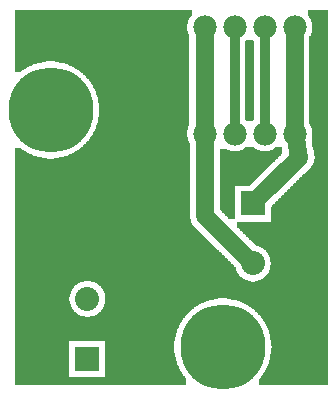
<source format=gtl>
G04 MADE WITH FRITZING*
G04 WWW.FRITZING.ORG*
G04 DOUBLE SIDED*
G04 HOLES PLATED*
G04 CONTOUR ON CENTER OF CONTOUR VECTOR*
%FSLAX26Y26*%
%MOIN*%
%ADD10C,0.075000*%
%ADD11C,0.078000*%
%ADD12C,0.080000*%
%ADD13C,0.283464*%
%ADD14R,0.080000X0.080000*%
%ADD15C,0.060000*%
%ADD16C,0.032000*%
%ADD17C,0.000100*%
%G04COPPER1*%
%FSLAX26Y26*%
%MOIN*%
D10*
X117828Y1212816D03*
D11*
X970790Y878177D03*
X870790Y878177D03*
X770790Y878177D03*
X670790Y878177D03*
X970790Y1232510D03*
X870790Y1232510D03*
X770790Y1232510D03*
X670790Y1232510D03*
D12*
X280244Y127000D03*
X280244Y327000D03*
X831422Y645110D03*
X831422Y445110D03*
D13*
X731322Y166790D03*
X157322Y956788D03*
D14*
X280244Y127000D03*
X831422Y645110D03*
D15*
X672367Y601999D02*
X817184Y459147D01*
D02*
X987178Y798299D02*
X845677Y659130D01*
D02*
X672367Y879777D02*
X672367Y601999D01*
D16*
D02*
X870789Y897177D02*
X870789Y1213508D01*
D02*
X770789Y897177D02*
X770789Y1213508D01*
D15*
D02*
X974608Y859564D02*
X987179Y798299D01*
D02*
X970789Y897177D02*
X970789Y1213508D01*
D02*
X670789Y897177D02*
X670789Y1213508D01*
D02*
X672364Y879781D02*
X672364Y879781D01*
D17*
G36*
X808000Y1188710D02*
X808000Y1186710D01*
X806000Y1186710D01*
X806000Y924710D01*
X808000Y924710D01*
X808000Y922710D01*
X810000Y922710D01*
X810000Y920710D01*
X832000Y920710D01*
X832000Y922710D01*
X834000Y922710D01*
X834000Y1186710D01*
X832000Y1186710D01*
X832000Y1188710D01*
X808000Y1188710D01*
G37*
D02*
G36*
X144000Y998710D02*
X144000Y996710D01*
X140000Y996710D01*
X140000Y994710D01*
X136000Y994710D01*
X136000Y992710D01*
X132000Y992710D01*
X132000Y990710D01*
X130000Y990710D01*
X130000Y988710D01*
X128000Y988710D01*
X128000Y986710D01*
X126000Y986710D01*
X126000Y984710D01*
X124000Y984710D01*
X124000Y982710D01*
X122000Y982710D01*
X122000Y980710D01*
X120000Y980710D01*
X120000Y976710D01*
X118000Y976710D01*
X118000Y970710D01*
X116000Y970710D01*
X116000Y942710D01*
X118000Y942710D01*
X118000Y936710D01*
X120000Y936710D01*
X120000Y934710D01*
X122000Y934710D01*
X122000Y930710D01*
X124000Y930710D01*
X124000Y928710D01*
X126000Y928710D01*
X126000Y926710D01*
X128000Y926710D01*
X128000Y924710D01*
X130000Y924710D01*
X130000Y922710D01*
X132000Y922710D01*
X132000Y920710D01*
X136000Y920710D01*
X136000Y918710D01*
X140000Y918710D01*
X140000Y916710D01*
X144000Y916710D01*
X144000Y914710D01*
X170000Y914710D01*
X170000Y916710D01*
X176000Y916710D01*
X176000Y918710D01*
X180000Y918710D01*
X180000Y920710D01*
X182000Y920710D01*
X182000Y922710D01*
X184000Y922710D01*
X184000Y924710D01*
X186000Y924710D01*
X186000Y926710D01*
X188000Y926710D01*
X188000Y928710D01*
X190000Y928710D01*
X190000Y930710D01*
X192000Y930710D01*
X192000Y932710D01*
X194000Y932710D01*
X194000Y936710D01*
X196000Y936710D01*
X196000Y940710D01*
X198000Y940710D01*
X198000Y946710D01*
X200000Y946710D01*
X200000Y966710D01*
X198000Y966710D01*
X198000Y972710D01*
X196000Y972710D01*
X196000Y976710D01*
X194000Y976710D01*
X194000Y980710D01*
X192000Y980710D01*
X192000Y982710D01*
X190000Y982710D01*
X190000Y986710D01*
X188000Y986710D01*
X188000Y988710D01*
X184000Y988710D01*
X184000Y990710D01*
X182000Y990710D01*
X182000Y992710D01*
X180000Y992710D01*
X180000Y994710D01*
X176000Y994710D01*
X176000Y996710D01*
X170000Y996710D01*
X170000Y998710D01*
X144000Y998710D01*
G37*
D02*
G36*
X40000Y1290710D02*
X40000Y1118710D01*
X172000Y1118710D01*
X172000Y1116710D01*
X186000Y1116710D01*
X186000Y1114710D01*
X196000Y1114710D01*
X196000Y1112710D01*
X204000Y1112710D01*
X204000Y1110710D01*
X210000Y1110710D01*
X210000Y1108710D01*
X214000Y1108710D01*
X214000Y1106710D01*
X220000Y1106710D01*
X220000Y1104710D01*
X224000Y1104710D01*
X224000Y1102710D01*
X228000Y1102710D01*
X228000Y1100710D01*
X232000Y1100710D01*
X232000Y1098710D01*
X236000Y1098710D01*
X236000Y1096710D01*
X240000Y1096710D01*
X240000Y1094710D01*
X244000Y1094710D01*
X244000Y1092710D01*
X246000Y1092710D01*
X246000Y1090710D01*
X250000Y1090710D01*
X250000Y1088710D01*
X252000Y1088710D01*
X252000Y1086710D01*
X254000Y1086710D01*
X254000Y1084710D01*
X258000Y1084710D01*
X258000Y1082710D01*
X260000Y1082710D01*
X260000Y1080710D01*
X262000Y1080710D01*
X262000Y1078710D01*
X264000Y1078710D01*
X264000Y1076710D01*
X266000Y1076710D01*
X266000Y1074710D01*
X268000Y1074710D01*
X268000Y1072710D01*
X272000Y1072710D01*
X272000Y1068710D01*
X274000Y1068710D01*
X274000Y1066710D01*
X276000Y1066710D01*
X276000Y1064710D01*
X278000Y1064710D01*
X278000Y1062710D01*
X280000Y1062710D01*
X280000Y1060710D01*
X282000Y1060710D01*
X282000Y1058710D01*
X284000Y1058710D01*
X284000Y1056710D01*
X286000Y1056710D01*
X286000Y1052710D01*
X288000Y1052710D01*
X288000Y1050710D01*
X290000Y1050710D01*
X290000Y1048710D01*
X292000Y1048710D01*
X292000Y1044710D01*
X294000Y1044710D01*
X294000Y1040710D01*
X296000Y1040710D01*
X296000Y1038710D01*
X298000Y1038710D01*
X298000Y1034710D01*
X300000Y1034710D01*
X300000Y1030710D01*
X302000Y1030710D01*
X302000Y1026710D01*
X304000Y1026710D01*
X304000Y1022710D01*
X306000Y1022710D01*
X306000Y1018710D01*
X308000Y1018710D01*
X308000Y1012710D01*
X310000Y1012710D01*
X310000Y1006710D01*
X312000Y1006710D01*
X312000Y1000710D01*
X314000Y1000710D01*
X314000Y992710D01*
X316000Y992710D01*
X316000Y980710D01*
X318000Y980710D01*
X318000Y958710D01*
X320000Y958710D01*
X320000Y954710D01*
X318000Y954710D01*
X318000Y932710D01*
X316000Y932710D01*
X316000Y920710D01*
X314000Y920710D01*
X314000Y912710D01*
X312000Y912710D01*
X312000Y906710D01*
X310000Y906710D01*
X310000Y900710D01*
X308000Y900710D01*
X308000Y894710D01*
X306000Y894710D01*
X306000Y890710D01*
X304000Y890710D01*
X304000Y886710D01*
X302000Y886710D01*
X302000Y882710D01*
X300000Y882710D01*
X300000Y878710D01*
X298000Y878710D01*
X298000Y874710D01*
X296000Y874710D01*
X296000Y872710D01*
X294000Y872710D01*
X294000Y868710D01*
X292000Y868710D01*
X292000Y866710D01*
X290000Y866710D01*
X290000Y862710D01*
X288000Y862710D01*
X288000Y860710D01*
X286000Y860710D01*
X286000Y858710D01*
X284000Y858710D01*
X284000Y854710D01*
X282000Y854710D01*
X282000Y852710D01*
X280000Y852710D01*
X280000Y850710D01*
X278000Y850710D01*
X278000Y848710D01*
X276000Y848710D01*
X276000Y846710D01*
X274000Y846710D01*
X274000Y844710D01*
X272000Y844710D01*
X272000Y842710D01*
X270000Y842710D01*
X270000Y840710D01*
X268000Y840710D01*
X268000Y838710D01*
X266000Y838710D01*
X266000Y836710D01*
X264000Y836710D01*
X264000Y834710D01*
X262000Y834710D01*
X262000Y832710D01*
X260000Y832710D01*
X260000Y830710D01*
X258000Y830710D01*
X258000Y828710D01*
X254000Y828710D01*
X254000Y826710D01*
X252000Y826710D01*
X252000Y824710D01*
X250000Y824710D01*
X250000Y822710D01*
X246000Y822710D01*
X246000Y820710D01*
X242000Y820710D01*
X242000Y818710D01*
X240000Y818710D01*
X240000Y816710D01*
X236000Y816710D01*
X236000Y814710D01*
X232000Y814710D01*
X232000Y812710D01*
X228000Y812710D01*
X228000Y810710D01*
X224000Y810710D01*
X224000Y808710D01*
X220000Y808710D01*
X220000Y806710D01*
X214000Y806710D01*
X214000Y804710D01*
X210000Y804710D01*
X210000Y802710D01*
X202000Y802710D01*
X202000Y800710D01*
X196000Y800710D01*
X196000Y798710D01*
X186000Y798710D01*
X186000Y796710D01*
X170000Y796710D01*
X170000Y794710D01*
X622000Y794710D01*
X622000Y846710D01*
X620000Y846710D01*
X620000Y850710D01*
X618000Y850710D01*
X618000Y854710D01*
X616000Y854710D01*
X616000Y858710D01*
X614000Y858710D01*
X614000Y866710D01*
X612000Y866710D01*
X612000Y888710D01*
X614000Y888710D01*
X614000Y896710D01*
X616000Y896710D01*
X616000Y902710D01*
X618000Y902710D01*
X618000Y906710D01*
X620000Y906710D01*
X620000Y1204710D01*
X618000Y1204710D01*
X618000Y1208710D01*
X616000Y1208710D01*
X616000Y1212710D01*
X614000Y1212710D01*
X614000Y1220710D01*
X612000Y1220710D01*
X612000Y1242710D01*
X614000Y1242710D01*
X614000Y1250710D01*
X616000Y1250710D01*
X616000Y1256710D01*
X618000Y1256710D01*
X618000Y1260710D01*
X620000Y1260710D01*
X620000Y1264710D01*
X622000Y1264710D01*
X622000Y1266710D01*
X624000Y1266710D01*
X624000Y1268710D01*
X626000Y1268710D01*
X626000Y1270710D01*
X628000Y1270710D01*
X628000Y1290710D01*
X40000Y1290710D01*
G37*
D02*
G36*
X1014000Y1290710D02*
X1014000Y1270710D01*
X1016000Y1270710D01*
X1016000Y1268710D01*
X1018000Y1268710D01*
X1018000Y1266710D01*
X1020000Y1266710D01*
X1020000Y1262710D01*
X1022000Y1262710D01*
X1022000Y1260710D01*
X1024000Y1260710D01*
X1024000Y1256710D01*
X1026000Y1256710D01*
X1026000Y1250710D01*
X1028000Y1250710D01*
X1028000Y1240710D01*
X1030000Y1240710D01*
X1030000Y1224710D01*
X1028000Y1224710D01*
X1028000Y1214710D01*
X1026000Y1214710D01*
X1026000Y1208710D01*
X1024000Y1208710D01*
X1024000Y1204710D01*
X1022000Y1204710D01*
X1022000Y1202710D01*
X1020000Y1202710D01*
X1020000Y908710D01*
X1022000Y908710D01*
X1022000Y904710D01*
X1024000Y904710D01*
X1024000Y900710D01*
X1026000Y900710D01*
X1026000Y896710D01*
X1028000Y896710D01*
X1028000Y886710D01*
X1030000Y886710D01*
X1030000Y870710D01*
X1028000Y870710D01*
X1028000Y842710D01*
X1030000Y842710D01*
X1030000Y832710D01*
X1032000Y832710D01*
X1032000Y824710D01*
X1034000Y824710D01*
X1034000Y814710D01*
X1036000Y814710D01*
X1036000Y802710D01*
X1038000Y802710D01*
X1038000Y794710D01*
X1036000Y794710D01*
X1036000Y784710D01*
X1034000Y784710D01*
X1034000Y778710D01*
X1032000Y778710D01*
X1032000Y774710D01*
X1030000Y774710D01*
X1030000Y770710D01*
X1028000Y770710D01*
X1028000Y768710D01*
X1026000Y768710D01*
X1026000Y766710D01*
X1024000Y766710D01*
X1024000Y762710D01*
X1022000Y762710D01*
X1022000Y760710D01*
X1020000Y760710D01*
X1020000Y758710D01*
X1018000Y758710D01*
X1018000Y756710D01*
X1016000Y756710D01*
X1016000Y754710D01*
X1014000Y754710D01*
X1014000Y752710D01*
X1012000Y752710D01*
X1012000Y750710D01*
X1010000Y750710D01*
X1010000Y748710D01*
X1008000Y748710D01*
X1008000Y746710D01*
X1006000Y746710D01*
X1006000Y744710D01*
X1002000Y744710D01*
X1002000Y742710D01*
X1000000Y742710D01*
X1000000Y740710D01*
X998000Y740710D01*
X998000Y738710D01*
X996000Y738710D01*
X996000Y736710D01*
X994000Y736710D01*
X994000Y734710D01*
X992000Y734710D01*
X992000Y732710D01*
X990000Y732710D01*
X990000Y730710D01*
X988000Y730710D01*
X988000Y728710D01*
X986000Y728710D01*
X986000Y726710D01*
X984000Y726710D01*
X984000Y724710D01*
X982000Y724710D01*
X982000Y722710D01*
X980000Y722710D01*
X980000Y720710D01*
X978000Y720710D01*
X978000Y718710D01*
X976000Y718710D01*
X976000Y716710D01*
X974000Y716710D01*
X974000Y714710D01*
X972000Y714710D01*
X972000Y712710D01*
X970000Y712710D01*
X970000Y710710D01*
X968000Y710710D01*
X968000Y708710D01*
X966000Y708710D01*
X966000Y706710D01*
X964000Y706710D01*
X964000Y704710D01*
X962000Y704710D01*
X962000Y702710D01*
X960000Y702710D01*
X960000Y700710D01*
X958000Y700710D01*
X958000Y698710D01*
X956000Y698710D01*
X956000Y696710D01*
X954000Y696710D01*
X954000Y694710D01*
X952000Y694710D01*
X952000Y692710D01*
X950000Y692710D01*
X950000Y690710D01*
X948000Y690710D01*
X948000Y688710D01*
X946000Y688710D01*
X946000Y686710D01*
X944000Y686710D01*
X944000Y684710D01*
X942000Y684710D01*
X942000Y682710D01*
X940000Y682710D01*
X940000Y680710D01*
X938000Y680710D01*
X938000Y678710D01*
X936000Y678710D01*
X936000Y676710D01*
X934000Y676710D01*
X934000Y674710D01*
X932000Y674710D01*
X932000Y672710D01*
X930000Y672710D01*
X930000Y670710D01*
X928000Y670710D01*
X928000Y668710D01*
X926000Y668710D01*
X926000Y666710D01*
X924000Y666710D01*
X924000Y664710D01*
X922000Y664710D01*
X922000Y662710D01*
X920000Y662710D01*
X920000Y660710D01*
X918000Y660710D01*
X918000Y658710D01*
X916000Y658710D01*
X916000Y656710D01*
X914000Y656710D01*
X914000Y654710D01*
X912000Y654710D01*
X912000Y652710D01*
X910000Y652710D01*
X910000Y650710D01*
X908000Y650710D01*
X908000Y648710D01*
X906000Y648710D01*
X906000Y646710D01*
X904000Y646710D01*
X904000Y644710D01*
X902000Y644710D01*
X902000Y642710D01*
X900000Y642710D01*
X900000Y640710D01*
X898000Y640710D01*
X898000Y638710D01*
X896000Y638710D01*
X896000Y636710D01*
X894000Y636710D01*
X894000Y634710D01*
X892000Y634710D01*
X892000Y584710D01*
X780000Y584710D01*
X780000Y564710D01*
X782000Y564710D01*
X782000Y562710D01*
X784000Y562710D01*
X784000Y560710D01*
X786000Y560710D01*
X786000Y558710D01*
X788000Y558710D01*
X788000Y556710D01*
X790000Y556710D01*
X790000Y554710D01*
X792000Y554710D01*
X792000Y552710D01*
X794000Y552710D01*
X794000Y550710D01*
X796000Y550710D01*
X796000Y548710D01*
X798000Y548710D01*
X798000Y546710D01*
X800000Y546710D01*
X800000Y544710D01*
X802000Y544710D01*
X802000Y542710D01*
X804000Y542710D01*
X804000Y540710D01*
X806000Y540710D01*
X806000Y538710D01*
X808000Y538710D01*
X808000Y536710D01*
X810000Y536710D01*
X810000Y534710D01*
X812000Y534710D01*
X812000Y532710D01*
X814000Y532710D01*
X814000Y530710D01*
X816000Y530710D01*
X816000Y528710D01*
X818000Y528710D01*
X818000Y526710D01*
X820000Y526710D01*
X820000Y524710D01*
X822000Y524710D01*
X822000Y522710D01*
X824000Y522710D01*
X824000Y520710D01*
X826000Y520710D01*
X826000Y518710D01*
X830000Y518710D01*
X830000Y516710D01*
X832000Y516710D01*
X832000Y514710D01*
X834000Y514710D01*
X834000Y512710D01*
X836000Y512710D01*
X836000Y510710D01*
X838000Y510710D01*
X838000Y508710D01*
X840000Y508710D01*
X840000Y506710D01*
X842000Y506710D01*
X842000Y504710D01*
X844000Y504710D01*
X844000Y502710D01*
X852000Y502710D01*
X852000Y500710D01*
X856000Y500710D01*
X856000Y498710D01*
X860000Y498710D01*
X860000Y496710D01*
X864000Y496710D01*
X864000Y494710D01*
X866000Y494710D01*
X866000Y492710D01*
X868000Y492710D01*
X868000Y490710D01*
X872000Y490710D01*
X872000Y488710D01*
X874000Y488710D01*
X874000Y486710D01*
X876000Y486710D01*
X876000Y482710D01*
X878000Y482710D01*
X878000Y480710D01*
X880000Y480710D01*
X880000Y478710D01*
X882000Y478710D01*
X882000Y474710D01*
X884000Y474710D01*
X884000Y472710D01*
X886000Y472710D01*
X886000Y466710D01*
X888000Y466710D01*
X888000Y460710D01*
X890000Y460710D01*
X890000Y450710D01*
X892000Y450710D01*
X892000Y438710D01*
X890000Y438710D01*
X890000Y428710D01*
X888000Y428710D01*
X888000Y422710D01*
X886000Y422710D01*
X886000Y418710D01*
X884000Y418710D01*
X884000Y414710D01*
X882000Y414710D01*
X882000Y410710D01*
X880000Y410710D01*
X880000Y408710D01*
X878000Y408710D01*
X878000Y406710D01*
X876000Y406710D01*
X876000Y404710D01*
X874000Y404710D01*
X874000Y402710D01*
X872000Y402710D01*
X872000Y400710D01*
X870000Y400710D01*
X870000Y398710D01*
X868000Y398710D01*
X868000Y396710D01*
X866000Y396710D01*
X866000Y394710D01*
X862000Y394710D01*
X862000Y392710D01*
X858000Y392710D01*
X858000Y390710D01*
X854000Y390710D01*
X854000Y388710D01*
X848000Y388710D01*
X848000Y386710D01*
X838000Y386710D01*
X838000Y384710D01*
X1082000Y384710D01*
X1082000Y1290710D01*
X1014000Y1290710D01*
G37*
D02*
G36*
X40000Y1118710D02*
X40000Y1084710D01*
X60000Y1084710D01*
X60000Y1086710D01*
X62000Y1086710D01*
X62000Y1088710D01*
X66000Y1088710D01*
X66000Y1090710D01*
X68000Y1090710D01*
X68000Y1092710D01*
X72000Y1092710D01*
X72000Y1094710D01*
X74000Y1094710D01*
X74000Y1096710D01*
X78000Y1096710D01*
X78000Y1098710D01*
X82000Y1098710D01*
X82000Y1100710D01*
X86000Y1100710D01*
X86000Y1102710D01*
X90000Y1102710D01*
X90000Y1104710D01*
X94000Y1104710D01*
X94000Y1106710D01*
X100000Y1106710D01*
X100000Y1108710D01*
X106000Y1108710D01*
X106000Y1110710D01*
X112000Y1110710D01*
X112000Y1112710D01*
X118000Y1112710D01*
X118000Y1114710D01*
X128000Y1114710D01*
X128000Y1116710D01*
X142000Y1116710D01*
X142000Y1118710D01*
X40000Y1118710D01*
G37*
D02*
G36*
X40000Y828710D02*
X40000Y794710D01*
X144000Y794710D01*
X144000Y796710D01*
X128000Y796710D01*
X128000Y798710D01*
X120000Y798710D01*
X120000Y800710D01*
X112000Y800710D01*
X112000Y802710D01*
X106000Y802710D01*
X106000Y804710D01*
X100000Y804710D01*
X100000Y806710D01*
X94000Y806710D01*
X94000Y808710D01*
X90000Y808710D01*
X90000Y810710D01*
X86000Y810710D01*
X86000Y812710D01*
X82000Y812710D01*
X82000Y814710D01*
X78000Y814710D01*
X78000Y816710D01*
X76000Y816710D01*
X76000Y818710D01*
X72000Y818710D01*
X72000Y820710D01*
X68000Y820710D01*
X68000Y822710D01*
X66000Y822710D01*
X66000Y824710D01*
X62000Y824710D01*
X62000Y826710D01*
X60000Y826710D01*
X60000Y828710D01*
X40000Y828710D01*
G37*
D02*
G36*
X40000Y794710D02*
X40000Y792710D01*
X622000Y792710D01*
X622000Y794710D01*
X40000Y794710D01*
G37*
D02*
G36*
X40000Y794710D02*
X40000Y792710D01*
X622000Y792710D01*
X622000Y794710D01*
X40000Y794710D01*
G37*
D02*
G36*
X40000Y792710D02*
X40000Y386710D01*
X292000Y386710D01*
X292000Y384710D01*
X824000Y384710D01*
X824000Y386710D01*
X814000Y386710D01*
X814000Y388710D01*
X808000Y388710D01*
X808000Y390710D01*
X804000Y390710D01*
X804000Y392710D01*
X800000Y392710D01*
X800000Y394710D01*
X798000Y394710D01*
X798000Y396710D01*
X796000Y396710D01*
X796000Y398710D01*
X792000Y398710D01*
X792000Y400710D01*
X790000Y400710D01*
X790000Y402710D01*
X788000Y402710D01*
X788000Y404710D01*
X786000Y404710D01*
X786000Y406710D01*
X784000Y406710D01*
X784000Y410710D01*
X782000Y410710D01*
X782000Y412710D01*
X780000Y412710D01*
X780000Y416710D01*
X778000Y416710D01*
X778000Y420710D01*
X776000Y420710D01*
X776000Y424710D01*
X774000Y424710D01*
X774000Y432710D01*
X772000Y432710D01*
X772000Y434710D01*
X770000Y434710D01*
X770000Y436710D01*
X768000Y436710D01*
X768000Y438710D01*
X766000Y438710D01*
X766000Y440710D01*
X764000Y440710D01*
X764000Y442710D01*
X762000Y442710D01*
X762000Y444710D01*
X760000Y444710D01*
X760000Y446710D01*
X758000Y446710D01*
X758000Y448710D01*
X756000Y448710D01*
X756000Y450710D01*
X754000Y450710D01*
X754000Y452710D01*
X752000Y452710D01*
X752000Y454710D01*
X750000Y454710D01*
X750000Y456710D01*
X748000Y456710D01*
X748000Y458710D01*
X746000Y458710D01*
X746000Y460710D01*
X744000Y460710D01*
X744000Y462710D01*
X742000Y462710D01*
X742000Y464710D01*
X740000Y464710D01*
X740000Y466710D01*
X738000Y466710D01*
X738000Y468710D01*
X736000Y468710D01*
X736000Y470710D01*
X734000Y470710D01*
X734000Y472710D01*
X732000Y472710D01*
X732000Y474710D01*
X730000Y474710D01*
X730000Y476710D01*
X728000Y476710D01*
X728000Y478710D01*
X726000Y478710D01*
X726000Y480710D01*
X724000Y480710D01*
X724000Y482710D01*
X722000Y482710D01*
X722000Y484710D01*
X720000Y484710D01*
X720000Y486710D01*
X718000Y486710D01*
X718000Y488710D01*
X714000Y488710D01*
X714000Y490710D01*
X712000Y490710D01*
X712000Y492710D01*
X710000Y492710D01*
X710000Y494710D01*
X708000Y494710D01*
X708000Y496710D01*
X706000Y496710D01*
X706000Y498710D01*
X704000Y498710D01*
X704000Y500710D01*
X702000Y500710D01*
X702000Y502710D01*
X700000Y502710D01*
X700000Y504710D01*
X698000Y504710D01*
X698000Y506710D01*
X696000Y506710D01*
X696000Y508710D01*
X694000Y508710D01*
X694000Y510710D01*
X692000Y510710D01*
X692000Y512710D01*
X690000Y512710D01*
X690000Y514710D01*
X688000Y514710D01*
X688000Y516710D01*
X686000Y516710D01*
X686000Y518710D01*
X684000Y518710D01*
X684000Y520710D01*
X682000Y520710D01*
X682000Y522710D01*
X680000Y522710D01*
X680000Y524710D01*
X678000Y524710D01*
X678000Y526710D01*
X676000Y526710D01*
X676000Y528710D01*
X674000Y528710D01*
X674000Y530710D01*
X672000Y530710D01*
X672000Y532710D01*
X670000Y532710D01*
X670000Y534710D01*
X668000Y534710D01*
X668000Y536710D01*
X666000Y536710D01*
X666000Y538710D01*
X664000Y538710D01*
X664000Y540710D01*
X662000Y540710D01*
X662000Y542710D01*
X660000Y542710D01*
X660000Y544710D01*
X658000Y544710D01*
X658000Y546710D01*
X656000Y546710D01*
X656000Y548710D01*
X654000Y548710D01*
X654000Y550710D01*
X652000Y550710D01*
X652000Y552710D01*
X650000Y552710D01*
X650000Y554710D01*
X648000Y554710D01*
X648000Y556710D01*
X646000Y556710D01*
X646000Y558710D01*
X644000Y558710D01*
X644000Y560710D01*
X642000Y560710D01*
X642000Y562710D01*
X640000Y562710D01*
X640000Y564710D01*
X638000Y564710D01*
X638000Y566710D01*
X636000Y566710D01*
X636000Y568710D01*
X634000Y568710D01*
X634000Y570710D01*
X632000Y570710D01*
X632000Y574710D01*
X630000Y574710D01*
X630000Y576710D01*
X628000Y576710D01*
X628000Y580710D01*
X626000Y580710D01*
X626000Y586710D01*
X624000Y586710D01*
X624000Y594710D01*
X622000Y594710D01*
X622000Y792710D01*
X40000Y792710D01*
G37*
D02*
G36*
X40000Y386710D02*
X40000Y266710D01*
X272000Y266710D01*
X272000Y268710D01*
X262000Y268710D01*
X262000Y270710D01*
X256000Y270710D01*
X256000Y272710D01*
X252000Y272710D01*
X252000Y274710D01*
X250000Y274710D01*
X250000Y276710D01*
X246000Y276710D01*
X246000Y278710D01*
X244000Y278710D01*
X244000Y280710D01*
X242000Y280710D01*
X242000Y282710D01*
X238000Y282710D01*
X238000Y284710D01*
X236000Y284710D01*
X236000Y288710D01*
X234000Y288710D01*
X234000Y290710D01*
X232000Y290710D01*
X232000Y292710D01*
X230000Y292710D01*
X230000Y296710D01*
X228000Y296710D01*
X228000Y298710D01*
X226000Y298710D01*
X226000Y302710D01*
X224000Y302710D01*
X224000Y308710D01*
X222000Y308710D01*
X222000Y318710D01*
X220000Y318710D01*
X220000Y334710D01*
X222000Y334710D01*
X222000Y344710D01*
X224000Y344710D01*
X224000Y350710D01*
X226000Y350710D01*
X226000Y354710D01*
X228000Y354710D01*
X228000Y358710D01*
X230000Y358710D01*
X230000Y360710D01*
X232000Y360710D01*
X232000Y362710D01*
X234000Y362710D01*
X234000Y366710D01*
X236000Y366710D01*
X236000Y368710D01*
X238000Y368710D01*
X238000Y370710D01*
X240000Y370710D01*
X240000Y372710D01*
X244000Y372710D01*
X244000Y374710D01*
X246000Y374710D01*
X246000Y376710D01*
X248000Y376710D01*
X248000Y378710D01*
X252000Y378710D01*
X252000Y380710D01*
X256000Y380710D01*
X256000Y382710D01*
X260000Y382710D01*
X260000Y384710D01*
X268000Y384710D01*
X268000Y386710D01*
X40000Y386710D01*
G37*
D02*
G36*
X300000Y384710D02*
X300000Y382710D01*
X1082000Y382710D01*
X1082000Y384710D01*
X300000Y384710D01*
G37*
D02*
G36*
X300000Y384710D02*
X300000Y382710D01*
X1082000Y382710D01*
X1082000Y384710D01*
X300000Y384710D01*
G37*
D02*
G36*
X304000Y382710D02*
X304000Y380710D01*
X308000Y380710D01*
X308000Y378710D01*
X312000Y378710D01*
X312000Y376710D01*
X314000Y376710D01*
X314000Y374710D01*
X318000Y374710D01*
X318000Y372710D01*
X320000Y372710D01*
X320000Y370710D01*
X322000Y370710D01*
X322000Y368710D01*
X324000Y368710D01*
X324000Y366710D01*
X326000Y366710D01*
X326000Y364710D01*
X328000Y364710D01*
X328000Y360710D01*
X330000Y360710D01*
X330000Y358710D01*
X332000Y358710D01*
X332000Y354710D01*
X334000Y354710D01*
X334000Y350710D01*
X336000Y350710D01*
X336000Y346710D01*
X338000Y346710D01*
X338000Y338710D01*
X340000Y338710D01*
X340000Y328710D01*
X746000Y328710D01*
X746000Y326710D01*
X760000Y326710D01*
X760000Y324710D01*
X770000Y324710D01*
X770000Y322710D01*
X778000Y322710D01*
X778000Y320710D01*
X784000Y320710D01*
X784000Y318710D01*
X788000Y318710D01*
X788000Y316710D01*
X794000Y316710D01*
X794000Y314710D01*
X798000Y314710D01*
X798000Y312710D01*
X802000Y312710D01*
X802000Y310710D01*
X806000Y310710D01*
X806000Y308710D01*
X810000Y308710D01*
X810000Y306710D01*
X814000Y306710D01*
X814000Y304710D01*
X818000Y304710D01*
X818000Y302710D01*
X820000Y302710D01*
X820000Y300710D01*
X824000Y300710D01*
X824000Y298710D01*
X826000Y298710D01*
X826000Y296710D01*
X828000Y296710D01*
X828000Y294710D01*
X832000Y294710D01*
X832000Y292710D01*
X834000Y292710D01*
X834000Y290710D01*
X836000Y290710D01*
X836000Y288710D01*
X838000Y288710D01*
X838000Y286710D01*
X840000Y286710D01*
X840000Y284710D01*
X842000Y284710D01*
X842000Y282710D01*
X846000Y282710D01*
X846000Y278710D01*
X848000Y278710D01*
X848000Y276710D01*
X850000Y276710D01*
X850000Y274710D01*
X852000Y274710D01*
X852000Y272710D01*
X854000Y272710D01*
X854000Y270710D01*
X856000Y270710D01*
X856000Y268710D01*
X858000Y268710D01*
X858000Y266710D01*
X860000Y266710D01*
X860000Y262710D01*
X862000Y262710D01*
X862000Y260710D01*
X864000Y260710D01*
X864000Y258710D01*
X866000Y258710D01*
X866000Y254710D01*
X868000Y254710D01*
X868000Y250710D01*
X870000Y250710D01*
X870000Y248710D01*
X872000Y248710D01*
X872000Y244710D01*
X874000Y244710D01*
X874000Y240710D01*
X876000Y240710D01*
X876000Y236710D01*
X878000Y236710D01*
X878000Y232710D01*
X880000Y232710D01*
X880000Y228710D01*
X882000Y228710D01*
X882000Y222710D01*
X884000Y222710D01*
X884000Y216710D01*
X886000Y216710D01*
X886000Y210710D01*
X888000Y210710D01*
X888000Y202710D01*
X890000Y202710D01*
X890000Y190710D01*
X892000Y190710D01*
X892000Y168710D01*
X894000Y168710D01*
X894000Y164710D01*
X892000Y164710D01*
X892000Y142710D01*
X890000Y142710D01*
X890000Y130710D01*
X888000Y130710D01*
X888000Y122710D01*
X886000Y122710D01*
X886000Y116710D01*
X884000Y116710D01*
X884000Y110710D01*
X882000Y110710D01*
X882000Y104710D01*
X880000Y104710D01*
X880000Y100710D01*
X878000Y100710D01*
X878000Y96710D01*
X876000Y96710D01*
X876000Y92710D01*
X874000Y92710D01*
X874000Y88710D01*
X872000Y88710D01*
X872000Y84710D01*
X870000Y84710D01*
X870000Y82710D01*
X868000Y82710D01*
X868000Y78710D01*
X866000Y78710D01*
X866000Y76710D01*
X864000Y76710D01*
X864000Y72710D01*
X862000Y72710D01*
X862000Y70710D01*
X860000Y70710D01*
X860000Y68710D01*
X858000Y68710D01*
X858000Y64710D01*
X856000Y64710D01*
X856000Y62710D01*
X854000Y62710D01*
X854000Y60710D01*
X852000Y60710D01*
X852000Y40710D01*
X1082000Y40710D01*
X1082000Y382710D01*
X304000Y382710D01*
G37*
D02*
G36*
X340000Y328710D02*
X340000Y314710D01*
X338000Y314710D01*
X338000Y308710D01*
X336000Y308710D01*
X336000Y302710D01*
X334000Y302710D01*
X334000Y298710D01*
X332000Y298710D01*
X332000Y294710D01*
X330000Y294710D01*
X330000Y292710D01*
X328000Y292710D01*
X328000Y290710D01*
X326000Y290710D01*
X326000Y286710D01*
X324000Y286710D01*
X324000Y284710D01*
X322000Y284710D01*
X322000Y282710D01*
X320000Y282710D01*
X320000Y280710D01*
X316000Y280710D01*
X316000Y278710D01*
X314000Y278710D01*
X314000Y276710D01*
X312000Y276710D01*
X312000Y274710D01*
X308000Y274710D01*
X308000Y272710D01*
X304000Y272710D01*
X304000Y270710D01*
X298000Y270710D01*
X298000Y268710D01*
X288000Y268710D01*
X288000Y266710D01*
X606000Y266710D01*
X606000Y270710D01*
X608000Y270710D01*
X608000Y272710D01*
X610000Y272710D01*
X610000Y274710D01*
X612000Y274710D01*
X612000Y276710D01*
X614000Y276710D01*
X614000Y278710D01*
X616000Y278710D01*
X616000Y280710D01*
X618000Y280710D01*
X618000Y282710D01*
X620000Y282710D01*
X620000Y284710D01*
X622000Y284710D01*
X622000Y286710D01*
X624000Y286710D01*
X624000Y288710D01*
X626000Y288710D01*
X626000Y290710D01*
X628000Y290710D01*
X628000Y292710D01*
X632000Y292710D01*
X632000Y294710D01*
X634000Y294710D01*
X634000Y296710D01*
X636000Y296710D01*
X636000Y298710D01*
X640000Y298710D01*
X640000Y300710D01*
X642000Y300710D01*
X642000Y302710D01*
X646000Y302710D01*
X646000Y304710D01*
X648000Y304710D01*
X648000Y306710D01*
X652000Y306710D01*
X652000Y308710D01*
X656000Y308710D01*
X656000Y310710D01*
X660000Y310710D01*
X660000Y312710D01*
X664000Y312710D01*
X664000Y314710D01*
X668000Y314710D01*
X668000Y316710D01*
X674000Y316710D01*
X674000Y318710D01*
X680000Y318710D01*
X680000Y320710D01*
X686000Y320710D01*
X686000Y322710D01*
X692000Y322710D01*
X692000Y324710D01*
X702000Y324710D01*
X702000Y326710D01*
X716000Y326710D01*
X716000Y328710D01*
X340000Y328710D01*
G37*
D02*
G36*
X40000Y266710D02*
X40000Y264710D01*
X604000Y264710D01*
X604000Y266710D01*
X40000Y266710D01*
G37*
D02*
G36*
X40000Y266710D02*
X40000Y264710D01*
X604000Y264710D01*
X604000Y266710D01*
X40000Y266710D01*
G37*
D02*
G36*
X40000Y264710D02*
X40000Y186710D01*
X340000Y186710D01*
X340000Y66710D01*
X604000Y66710D01*
X604000Y68710D01*
X602000Y68710D01*
X602000Y70710D01*
X600000Y70710D01*
X600000Y74710D01*
X598000Y74710D01*
X598000Y76710D01*
X596000Y76710D01*
X596000Y80710D01*
X594000Y80710D01*
X594000Y82710D01*
X592000Y82710D01*
X592000Y86710D01*
X590000Y86710D01*
X590000Y90710D01*
X588000Y90710D01*
X588000Y94710D01*
X586000Y94710D01*
X586000Y98710D01*
X584000Y98710D01*
X584000Y102710D01*
X582000Y102710D01*
X582000Y106710D01*
X580000Y106710D01*
X580000Y112710D01*
X578000Y112710D01*
X578000Y118710D01*
X576000Y118710D01*
X576000Y126710D01*
X574000Y126710D01*
X574000Y134710D01*
X572000Y134710D01*
X572000Y146710D01*
X570000Y146710D01*
X570000Y186710D01*
X572000Y186710D01*
X572000Y200710D01*
X574000Y200710D01*
X574000Y206710D01*
X576000Y206710D01*
X576000Y214710D01*
X578000Y214710D01*
X578000Y220710D01*
X580000Y220710D01*
X580000Y226710D01*
X582000Y226710D01*
X582000Y230710D01*
X584000Y230710D01*
X584000Y234710D01*
X586000Y234710D01*
X586000Y238710D01*
X588000Y238710D01*
X588000Y242710D01*
X590000Y242710D01*
X590000Y246710D01*
X592000Y246710D01*
X592000Y250710D01*
X594000Y250710D01*
X594000Y252710D01*
X596000Y252710D01*
X596000Y256710D01*
X598000Y256710D01*
X598000Y258710D01*
X600000Y258710D01*
X600000Y262710D01*
X602000Y262710D01*
X602000Y264710D01*
X40000Y264710D01*
G37*
D02*
G36*
X40000Y186710D02*
X40000Y66710D01*
X220000Y66710D01*
X220000Y186710D01*
X40000Y186710D01*
G37*
D02*
G36*
X40000Y66710D02*
X40000Y64710D01*
X606000Y64710D01*
X606000Y66710D01*
X40000Y66710D01*
G37*
D02*
G36*
X40000Y66710D02*
X40000Y64710D01*
X606000Y64710D01*
X606000Y66710D01*
X40000Y66710D01*
G37*
D02*
G36*
X40000Y64710D02*
X40000Y40710D01*
X610000Y40710D01*
X610000Y60710D01*
X608000Y60710D01*
X608000Y62710D01*
X606000Y62710D01*
X606000Y64710D01*
X40000Y64710D01*
G37*
D02*
G36*
X810000Y834710D02*
X810000Y832710D01*
X832000Y832710D01*
X832000Y834710D01*
X810000Y834710D01*
G37*
D02*
G36*
X806000Y832710D02*
X806000Y830710D01*
X804000Y830710D01*
X804000Y828710D01*
X802000Y828710D01*
X802000Y826710D01*
X798000Y826710D01*
X798000Y824710D01*
X794000Y824710D01*
X794000Y822710D01*
X788000Y822710D01*
X788000Y820710D01*
X778000Y820710D01*
X778000Y818710D01*
X864000Y818710D01*
X864000Y820710D01*
X854000Y820710D01*
X854000Y822710D01*
X848000Y822710D01*
X848000Y824710D01*
X844000Y824710D01*
X844000Y826710D01*
X840000Y826710D01*
X840000Y828710D01*
X838000Y828710D01*
X838000Y830710D01*
X834000Y830710D01*
X834000Y832710D01*
X806000Y832710D01*
G37*
D02*
G36*
X906000Y832710D02*
X906000Y830710D01*
X904000Y830710D01*
X904000Y828710D01*
X902000Y828710D01*
X902000Y826710D01*
X898000Y826710D01*
X898000Y824710D01*
X894000Y824710D01*
X894000Y822710D01*
X888000Y822710D01*
X888000Y820710D01*
X878000Y820710D01*
X878000Y818710D01*
X930000Y818710D01*
X930000Y832710D01*
X906000Y832710D01*
G37*
D02*
G36*
X722000Y826710D02*
X722000Y818710D01*
X764000Y818710D01*
X764000Y820710D01*
X754000Y820710D01*
X754000Y822710D01*
X748000Y822710D01*
X748000Y824710D01*
X744000Y824710D01*
X744000Y826710D01*
X722000Y826710D01*
G37*
D02*
G36*
X722000Y818710D02*
X722000Y816710D01*
X930000Y816710D01*
X930000Y818710D01*
X722000Y818710D01*
G37*
D02*
G36*
X722000Y818710D02*
X722000Y816710D01*
X930000Y816710D01*
X930000Y818710D01*
X722000Y818710D01*
G37*
D02*
G36*
X722000Y818710D02*
X722000Y816710D01*
X930000Y816710D01*
X930000Y818710D01*
X722000Y818710D01*
G37*
D02*
G36*
X722000Y816710D02*
X722000Y622710D01*
X724000Y622710D01*
X724000Y620710D01*
X726000Y620710D01*
X726000Y618710D01*
X728000Y618710D01*
X728000Y616710D01*
X730000Y616710D01*
X730000Y614710D01*
X732000Y614710D01*
X732000Y612710D01*
X734000Y612710D01*
X734000Y610710D01*
X736000Y610710D01*
X736000Y608710D01*
X738000Y608710D01*
X738000Y606710D01*
X740000Y606710D01*
X740000Y604710D01*
X742000Y604710D01*
X742000Y602710D01*
X744000Y602710D01*
X744000Y600710D01*
X746000Y600710D01*
X746000Y598710D01*
X748000Y598710D01*
X748000Y596710D01*
X750000Y596710D01*
X750000Y594710D01*
X752000Y594710D01*
X752000Y592710D01*
X772000Y592710D01*
X772000Y704710D01*
X822000Y704710D01*
X822000Y706710D01*
X824000Y706710D01*
X824000Y708710D01*
X826000Y708710D01*
X826000Y710710D01*
X828000Y710710D01*
X828000Y712710D01*
X830000Y712710D01*
X830000Y714710D01*
X832000Y714710D01*
X832000Y716710D01*
X834000Y716710D01*
X834000Y718710D01*
X836000Y718710D01*
X836000Y720710D01*
X838000Y720710D01*
X838000Y722710D01*
X840000Y722710D01*
X840000Y724710D01*
X842000Y724710D01*
X842000Y726710D01*
X844000Y726710D01*
X844000Y728710D01*
X846000Y728710D01*
X846000Y730710D01*
X848000Y730710D01*
X848000Y732710D01*
X850000Y732710D01*
X850000Y734710D01*
X852000Y734710D01*
X852000Y736710D01*
X854000Y736710D01*
X854000Y738710D01*
X856000Y738710D01*
X856000Y740710D01*
X858000Y740710D01*
X858000Y742710D01*
X860000Y742710D01*
X860000Y744710D01*
X862000Y744710D01*
X862000Y746710D01*
X864000Y746710D01*
X864000Y748710D01*
X866000Y748710D01*
X866000Y750710D01*
X868000Y750710D01*
X868000Y752710D01*
X870000Y752710D01*
X870000Y754710D01*
X872000Y754710D01*
X872000Y756710D01*
X874000Y756710D01*
X874000Y758710D01*
X876000Y758710D01*
X876000Y760710D01*
X878000Y760710D01*
X878000Y762710D01*
X880000Y762710D01*
X880000Y764710D01*
X882000Y764710D01*
X882000Y766710D01*
X884000Y766710D01*
X884000Y768710D01*
X886000Y768710D01*
X886000Y770710D01*
X888000Y770710D01*
X888000Y772710D01*
X890000Y772710D01*
X890000Y774710D01*
X892000Y774710D01*
X892000Y776710D01*
X894000Y776710D01*
X894000Y778710D01*
X896000Y778710D01*
X896000Y780710D01*
X900000Y780710D01*
X900000Y782710D01*
X902000Y782710D01*
X902000Y784710D01*
X904000Y784710D01*
X904000Y786710D01*
X906000Y786710D01*
X906000Y788710D01*
X908000Y788710D01*
X908000Y790710D01*
X910000Y790710D01*
X910000Y792710D01*
X912000Y792710D01*
X912000Y794710D01*
X914000Y794710D01*
X914000Y796710D01*
X916000Y796710D01*
X916000Y798710D01*
X918000Y798710D01*
X918000Y800710D01*
X920000Y800710D01*
X920000Y802710D01*
X922000Y802710D01*
X922000Y804710D01*
X924000Y804710D01*
X924000Y806710D01*
X926000Y806710D01*
X926000Y808710D01*
X928000Y808710D01*
X928000Y810710D01*
X930000Y810710D01*
X930000Y816710D01*
X722000Y816710D01*
G37*
D02*
G36*
X718000Y208710D02*
X718000Y206710D01*
X714000Y206710D01*
X714000Y204710D01*
X710000Y204710D01*
X710000Y202710D01*
X706000Y202710D01*
X706000Y200710D01*
X704000Y200710D01*
X704000Y198710D01*
X702000Y198710D01*
X702000Y196710D01*
X700000Y196710D01*
X700000Y194710D01*
X698000Y194710D01*
X698000Y192710D01*
X696000Y192710D01*
X696000Y190710D01*
X694000Y190710D01*
X694000Y186710D01*
X692000Y186710D01*
X692000Y180710D01*
X690000Y180710D01*
X690000Y152710D01*
X692000Y152710D01*
X692000Y146710D01*
X694000Y146710D01*
X694000Y144710D01*
X696000Y144710D01*
X696000Y140710D01*
X698000Y140710D01*
X698000Y138710D01*
X700000Y138710D01*
X700000Y136710D01*
X702000Y136710D01*
X702000Y134710D01*
X704000Y134710D01*
X704000Y132710D01*
X706000Y132710D01*
X706000Y130710D01*
X710000Y130710D01*
X710000Y128710D01*
X714000Y128710D01*
X714000Y126710D01*
X718000Y126710D01*
X718000Y124710D01*
X744000Y124710D01*
X744000Y126710D01*
X750000Y126710D01*
X750000Y128710D01*
X754000Y128710D01*
X754000Y130710D01*
X756000Y130710D01*
X756000Y132710D01*
X758000Y132710D01*
X758000Y134710D01*
X760000Y134710D01*
X760000Y136710D01*
X762000Y136710D01*
X762000Y138710D01*
X764000Y138710D01*
X764000Y140710D01*
X766000Y140710D01*
X766000Y142710D01*
X768000Y142710D01*
X768000Y146710D01*
X770000Y146710D01*
X770000Y150710D01*
X772000Y150710D01*
X772000Y156710D01*
X774000Y156710D01*
X774000Y176710D01*
X772000Y176710D01*
X772000Y182710D01*
X770000Y182710D01*
X770000Y186710D01*
X768000Y186710D01*
X768000Y190710D01*
X766000Y190710D01*
X766000Y192710D01*
X764000Y192710D01*
X764000Y196710D01*
X762000Y196710D01*
X762000Y198710D01*
X758000Y198710D01*
X758000Y200710D01*
X756000Y200710D01*
X756000Y202710D01*
X754000Y202710D01*
X754000Y204710D01*
X750000Y204710D01*
X750000Y206710D01*
X744000Y206710D01*
X744000Y208710D01*
X718000Y208710D01*
G37*
D02*
G04 End of Copper1*
M02*
</source>
